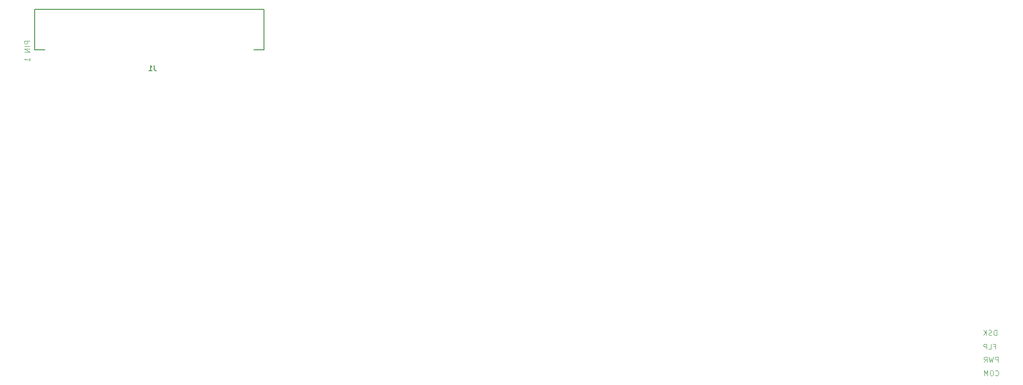
<source format=gbr>
%TF.GenerationSoftware,KiCad,Pcbnew,8.0.1*%
%TF.CreationDate,2024-06-22T21:57:48+10:00*%
%TF.ProjectId,A600KBv2,41363030-4b42-4763-922e-6b696361645f,rev?*%
%TF.SameCoordinates,Original*%
%TF.FileFunction,Legend,Bot*%
%TF.FilePolarity,Positive*%
%FSLAX46Y46*%
G04 Gerber Fmt 4.6, Leading zero omitted, Abs format (unit mm)*
G04 Created by KiCad (PCBNEW 8.0.1) date 2024-06-22 21:57:48*
%MOMM*%
%LPD*%
G01*
G04 APERTURE LIST*
%ADD10C,0.100000*%
%ADD11C,0.150000*%
G04 APERTURE END LIST*
D10*
X343046680Y-119334994D02*
X343046680Y-118334994D01*
X343046680Y-118334994D02*
X342808585Y-118334994D01*
X342808585Y-118334994D02*
X342665728Y-118382613D01*
X342665728Y-118382613D02*
X342570490Y-118477851D01*
X342570490Y-118477851D02*
X342522871Y-118573089D01*
X342522871Y-118573089D02*
X342475252Y-118763565D01*
X342475252Y-118763565D02*
X342475252Y-118906422D01*
X342475252Y-118906422D02*
X342522871Y-119096898D01*
X342522871Y-119096898D02*
X342570490Y-119192136D01*
X342570490Y-119192136D02*
X342665728Y-119287375D01*
X342665728Y-119287375D02*
X342808585Y-119334994D01*
X342808585Y-119334994D02*
X343046680Y-119334994D01*
X342094299Y-119287375D02*
X341951442Y-119334994D01*
X341951442Y-119334994D02*
X341713347Y-119334994D01*
X341713347Y-119334994D02*
X341618109Y-119287375D01*
X341618109Y-119287375D02*
X341570490Y-119239755D01*
X341570490Y-119239755D02*
X341522871Y-119144517D01*
X341522871Y-119144517D02*
X341522871Y-119049279D01*
X341522871Y-119049279D02*
X341570490Y-118954041D01*
X341570490Y-118954041D02*
X341618109Y-118906422D01*
X341618109Y-118906422D02*
X341713347Y-118858803D01*
X341713347Y-118858803D02*
X341903823Y-118811184D01*
X341903823Y-118811184D02*
X341999061Y-118763565D01*
X341999061Y-118763565D02*
X342046680Y-118715946D01*
X342046680Y-118715946D02*
X342094299Y-118620708D01*
X342094299Y-118620708D02*
X342094299Y-118525470D01*
X342094299Y-118525470D02*
X342046680Y-118430232D01*
X342046680Y-118430232D02*
X341999061Y-118382613D01*
X341999061Y-118382613D02*
X341903823Y-118334994D01*
X341903823Y-118334994D02*
X341665728Y-118334994D01*
X341665728Y-118334994D02*
X341522871Y-118382613D01*
X341094299Y-119334994D02*
X341094299Y-118334994D01*
X340522871Y-119334994D02*
X340951442Y-118763565D01*
X340522871Y-118334994D02*
X341094299Y-118906422D01*
X343326916Y-124441706D02*
X343326916Y-123441706D01*
X343326916Y-123441706D02*
X342945964Y-123441706D01*
X342945964Y-123441706D02*
X342850726Y-123489325D01*
X342850726Y-123489325D02*
X342803107Y-123536944D01*
X342803107Y-123536944D02*
X342755488Y-123632182D01*
X342755488Y-123632182D02*
X342755488Y-123775039D01*
X342755488Y-123775039D02*
X342803107Y-123870277D01*
X342803107Y-123870277D02*
X342850726Y-123917896D01*
X342850726Y-123917896D02*
X342945964Y-123965515D01*
X342945964Y-123965515D02*
X343326916Y-123965515D01*
X342422154Y-123441706D02*
X342184059Y-124441706D01*
X342184059Y-124441706D02*
X341993583Y-123727420D01*
X341993583Y-123727420D02*
X341803107Y-124441706D01*
X341803107Y-124441706D02*
X341565012Y-123441706D01*
X340612631Y-124441706D02*
X340945964Y-123965515D01*
X341184059Y-124441706D02*
X341184059Y-123441706D01*
X341184059Y-123441706D02*
X340803107Y-123441706D01*
X340803107Y-123441706D02*
X340707869Y-123489325D01*
X340707869Y-123489325D02*
X340660250Y-123536944D01*
X340660250Y-123536944D02*
X340612631Y-123632182D01*
X340612631Y-123632182D02*
X340612631Y-123775039D01*
X340612631Y-123775039D02*
X340660250Y-123870277D01*
X340660250Y-123870277D02*
X340707869Y-123917896D01*
X340707869Y-123917896D02*
X340803107Y-123965515D01*
X340803107Y-123965515D02*
X341184059Y-123965515D01*
X342479637Y-121448770D02*
X342812970Y-121448770D01*
X342812970Y-121972580D02*
X342812970Y-120972580D01*
X342812970Y-120972580D02*
X342336780Y-120972580D01*
X341479637Y-121972580D02*
X341955827Y-121972580D01*
X341955827Y-121972580D02*
X341955827Y-120972580D01*
X341146303Y-121972580D02*
X341146303Y-120972580D01*
X341146303Y-120972580D02*
X340765351Y-120972580D01*
X340765351Y-120972580D02*
X340670113Y-121020199D01*
X340670113Y-121020199D02*
X340622494Y-121067818D01*
X340622494Y-121067818D02*
X340574875Y-121163056D01*
X340574875Y-121163056D02*
X340574875Y-121305913D01*
X340574875Y-121305913D02*
X340622494Y-121401151D01*
X340622494Y-121401151D02*
X340670113Y-121448770D01*
X340670113Y-121448770D02*
X340765351Y-121496389D01*
X340765351Y-121496389D02*
X341146303Y-121496389D01*
X342824720Y-126908037D02*
X342872339Y-126955657D01*
X342872339Y-126955657D02*
X343015196Y-127003276D01*
X343015196Y-127003276D02*
X343110434Y-127003276D01*
X343110434Y-127003276D02*
X343253291Y-126955657D01*
X343253291Y-126955657D02*
X343348529Y-126860418D01*
X343348529Y-126860418D02*
X343396148Y-126765180D01*
X343396148Y-126765180D02*
X343443767Y-126574704D01*
X343443767Y-126574704D02*
X343443767Y-126431847D01*
X343443767Y-126431847D02*
X343396148Y-126241371D01*
X343396148Y-126241371D02*
X343348529Y-126146133D01*
X343348529Y-126146133D02*
X343253291Y-126050895D01*
X343253291Y-126050895D02*
X343110434Y-126003276D01*
X343110434Y-126003276D02*
X343015196Y-126003276D01*
X343015196Y-126003276D02*
X342872339Y-126050895D01*
X342872339Y-126050895D02*
X342824720Y-126098514D01*
X342205672Y-126003276D02*
X342015196Y-126003276D01*
X342015196Y-126003276D02*
X341919958Y-126050895D01*
X341919958Y-126050895D02*
X341824720Y-126146133D01*
X341824720Y-126146133D02*
X341777101Y-126336609D01*
X341777101Y-126336609D02*
X341777101Y-126669942D01*
X341777101Y-126669942D02*
X341824720Y-126860418D01*
X341824720Y-126860418D02*
X341919958Y-126955657D01*
X341919958Y-126955657D02*
X342015196Y-127003276D01*
X342015196Y-127003276D02*
X342205672Y-127003276D01*
X342205672Y-127003276D02*
X342300910Y-126955657D01*
X342300910Y-126955657D02*
X342396148Y-126860418D01*
X342396148Y-126860418D02*
X342443767Y-126669942D01*
X342443767Y-126669942D02*
X342443767Y-126336609D01*
X342443767Y-126336609D02*
X342396148Y-126146133D01*
X342396148Y-126146133D02*
X342300910Y-126050895D01*
X342300910Y-126050895D02*
X342205672Y-126003276D01*
X341348529Y-127003276D02*
X341348529Y-126003276D01*
X341348529Y-126003276D02*
X341015196Y-126717561D01*
X341015196Y-126717561D02*
X340681863Y-126003276D01*
X340681863Y-126003276D02*
X340681863Y-127003276D01*
X158872419Y-63303884D02*
X157872419Y-63303884D01*
X157872419Y-63303884D02*
X157872419Y-63684836D01*
X157872419Y-63684836D02*
X157920038Y-63780074D01*
X157920038Y-63780074D02*
X157967657Y-63827693D01*
X157967657Y-63827693D02*
X158062895Y-63875312D01*
X158062895Y-63875312D02*
X158205752Y-63875312D01*
X158205752Y-63875312D02*
X158300990Y-63827693D01*
X158300990Y-63827693D02*
X158348609Y-63780074D01*
X158348609Y-63780074D02*
X158396228Y-63684836D01*
X158396228Y-63684836D02*
X158396228Y-63303884D01*
X158872419Y-64303884D02*
X157872419Y-64303884D01*
X158872419Y-64780074D02*
X157872419Y-64780074D01*
X157872419Y-64780074D02*
X158872419Y-65351502D01*
X158872419Y-65351502D02*
X157872419Y-65351502D01*
X158872419Y-67113407D02*
X158872419Y-66541979D01*
X158872419Y-66827693D02*
X157872419Y-66827693D01*
X157872419Y-66827693D02*
X158015276Y-66732455D01*
X158015276Y-66732455D02*
X158110514Y-66637217D01*
X158110514Y-66637217D02*
X158158133Y-66541979D01*
D11*
X182583333Y-67954819D02*
X182583333Y-68669104D01*
X182583333Y-68669104D02*
X182630952Y-68811961D01*
X182630952Y-68811961D02*
X182726190Y-68907200D01*
X182726190Y-68907200D02*
X182869047Y-68954819D01*
X182869047Y-68954819D02*
X182964285Y-68954819D01*
X181583333Y-68954819D02*
X182154761Y-68954819D01*
X181869047Y-68954819D02*
X181869047Y-67954819D01*
X181869047Y-67954819D02*
X181964285Y-68097676D01*
X181964285Y-68097676D02*
X182059523Y-68192914D01*
X182059523Y-68192914D02*
X182154761Y-68240533D01*
%TO.C,J1*%
X159750000Y-65000000D02*
X159750000Y-57250000D01*
X159750000Y-65000000D02*
X161750000Y-65000000D01*
X201500000Y-65000000D02*
X203500000Y-65000000D01*
X203500000Y-57250000D02*
X159750000Y-57250000D01*
X203500000Y-65000000D02*
X203500000Y-57250000D01*
%TD*%
M02*

</source>
